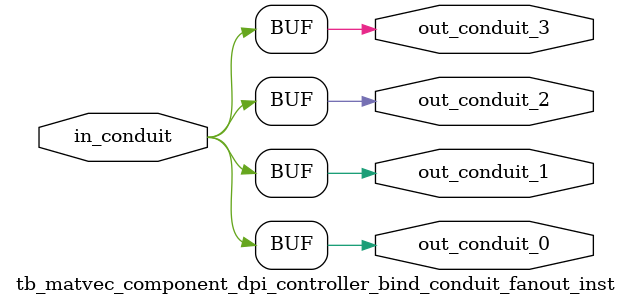
<source format=sv>


 


// --------------------------------------------------------------------------------
//| Avalon Conduit Fan-Out
// --------------------------------------------------------------------------------

// ------------------------------------------
// Generation parameters:
//   output_name:       tb_matvec_component_dpi_controller_bind_conduit_fanout_inst
//   numFanOut:         4
//   
// ------------------------------------------

module tb_matvec_component_dpi_controller_bind_conduit_fanout_inst (     

// Interface: out_conduit_0
 output                    out_conduit_0,
// Interface: out_conduit_1
 output                    out_conduit_1,
// Interface: out_conduit_2
 output                    out_conduit_2,
// Interface: out_conduit_3
 output                    out_conduit_3,

// Interface: in_conduit
 input                   in_conduit

);

   assign  out_conduit_0 = in_conduit;
   assign  out_conduit_1 = in_conduit;
   assign  out_conduit_2 = in_conduit;
   assign  out_conduit_3 = in_conduit;

endmodule //


</source>
